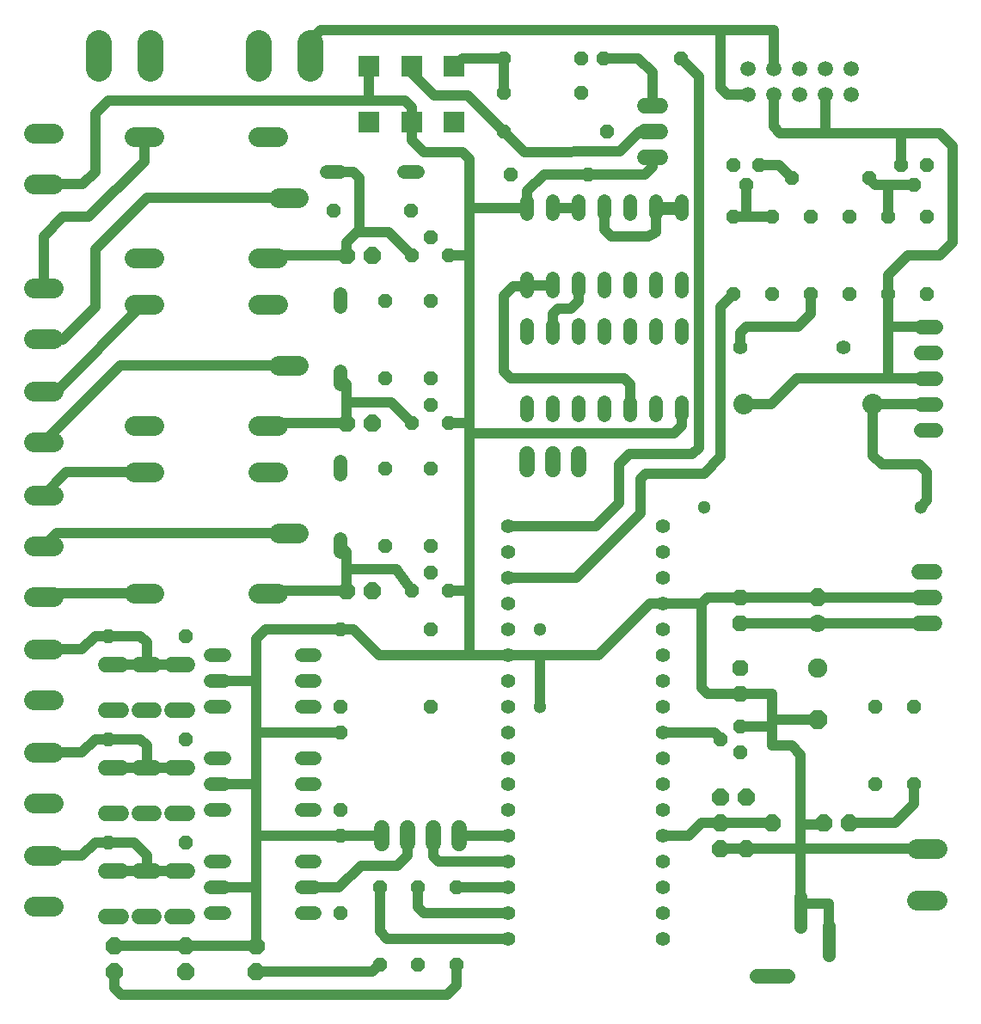
<source format=gbr>
G04 EAGLE Gerber X2 export*
%TF.Part,Single*%
%TF.FileFunction,Copper,L2,Bot,Mixed*%
%TF.FilePolarity,Positive*%
%TF.GenerationSoftware,Autodesk,EAGLE,8.6.3*%
%TF.CreationDate,2019-08-20T17:14:17Z*%
G75*
%MOMM*%
%FSLAX34Y34*%
%LPD*%
%AMOC8*
5,1,8,0,0,1.08239X$1,22.5*%
G01*
%ADD10P,1.924489X8X112.500000*%
%ADD11C,1.778000*%
%ADD12P,1.732040X8X292.500000*%
%ADD13C,1.905000*%
%ADD14P,2.061953X8X292.500000*%
%ADD15C,1.320800*%
%ADD16C,2.032000*%
%ADD17C,2.540000*%
%ADD18C,1.397000*%
%ADD19C,1.524000*%
%ADD20P,1.429621X8X112.500000*%
%ADD21C,1.981200*%
%ADD22P,1.814519X8X112.500000*%
%ADD23C,1.408000*%
%ADD24P,1.429621X8X22.500000*%
%ADD25P,1.429621X8X202.500000*%
%ADD26P,1.429621X8X292.500000*%
%ADD27P,1.429621X8X157.500000*%
%ADD28C,1.400000*%
%ADD29C,1.308000*%
%ADD30R,2.100000X2.100000*%
%ADD31P,1.814519X8X202.500000*%
%ADD32C,1.422400*%
%ADD33C,1.508000*%
%ADD34C,1.508000*%
%ADD35C,1.016000*%
%ADD36C,0.152400*%
%ADD37C,1.300000*%
%ADD38C,1.270000*%


D10*
X825500Y412750D03*
D11*
X825500Y387350D03*
D12*
X749300Y412750D03*
X749300Y387350D03*
X749300Y342900D03*
X749300Y317500D03*
D13*
X825500Y342900D03*
D14*
X825500Y292100D03*
D15*
X432054Y831850D02*
X418846Y831850D01*
X355854Y831850D02*
X342646Y831850D01*
D16*
X880110Y603250D03*
X753110Y603250D03*
D17*
X118110Y933450D02*
X118110Y958850D01*
X326390Y958850D02*
X326390Y933450D01*
X275590Y933450D02*
X275590Y958850D01*
X168910Y958850D02*
X168910Y933450D01*
D15*
X692150Y802894D02*
X692150Y789686D01*
X666750Y789686D02*
X666750Y802894D01*
X539750Y802894D02*
X539750Y789686D01*
X539750Y726694D02*
X539750Y713486D01*
X641350Y789686D02*
X641350Y802894D01*
X615950Y802894D02*
X615950Y789686D01*
X565150Y789686D02*
X565150Y802894D01*
X590550Y802894D02*
X590550Y789686D01*
X565150Y726694D02*
X565150Y713486D01*
X590550Y713486D02*
X590550Y726694D01*
X615950Y726694D02*
X615950Y713486D01*
X641350Y713486D02*
X641350Y726694D01*
X666750Y726694D02*
X666750Y713486D01*
X692150Y713486D02*
X692150Y726694D01*
D18*
X927735Y577850D02*
X941705Y577850D01*
X941705Y603250D02*
X927735Y603250D01*
X927735Y628650D02*
X941705Y628650D01*
X941705Y654050D02*
X927735Y654050D01*
X927735Y679450D02*
X941705Y679450D01*
D19*
X941070Y438150D02*
X925830Y438150D01*
X925830Y412750D02*
X941070Y412750D01*
X941070Y387350D02*
X925830Y387350D01*
D20*
X749300Y260350D03*
X730250Y273050D03*
X749300Y285750D03*
D21*
X314706Y806450D02*
X294894Y806450D01*
X294386Y866140D02*
X274574Y866140D01*
X274574Y746760D02*
X294386Y746760D01*
X172466Y746760D02*
X152654Y746760D01*
X152654Y866140D02*
X172466Y866140D01*
D22*
X273050Y44450D03*
X273050Y69850D03*
X203200Y44450D03*
X203200Y69850D03*
X133350Y44450D03*
X133350Y69850D03*
D23*
X520700Y76200D03*
X520700Y101600D03*
X520700Y127000D03*
X520700Y152400D03*
X520700Y177800D03*
X520700Y203200D03*
X520700Y228600D03*
X520700Y254000D03*
X520700Y279400D03*
X520700Y304800D03*
X520700Y330200D03*
X520700Y355600D03*
X520700Y381000D03*
X520700Y406400D03*
X520700Y431800D03*
X520700Y457200D03*
X520700Y482600D03*
X673100Y76200D03*
X673100Y101600D03*
X673100Y127000D03*
X673100Y152400D03*
X673100Y177800D03*
X673100Y203200D03*
X673100Y228600D03*
X673100Y254000D03*
X673100Y279400D03*
X673100Y304800D03*
X673100Y330200D03*
X673100Y355600D03*
X673100Y381000D03*
X673100Y406400D03*
X673100Y431800D03*
X673100Y457200D03*
X673100Y482600D03*
D15*
X241300Y355600D02*
X228092Y355600D01*
X228092Y330200D02*
X241300Y330200D01*
X317500Y330200D02*
X330708Y330200D01*
X330708Y355600D02*
X317500Y355600D01*
X241300Y304800D02*
X228092Y304800D01*
X317500Y304800D02*
X330708Y304800D01*
X241300Y254000D02*
X228092Y254000D01*
X228092Y228600D02*
X241300Y228600D01*
X317500Y228600D02*
X330708Y228600D01*
X330708Y254000D02*
X317500Y254000D01*
X241300Y203200D02*
X228092Y203200D01*
X317500Y203200D02*
X330708Y203200D01*
X241300Y152400D02*
X228092Y152400D01*
X228092Y127000D02*
X241300Y127000D01*
X317500Y127000D02*
X330708Y127000D01*
X330708Y152400D02*
X317500Y152400D01*
X241300Y101600D02*
X228092Y101600D01*
X317500Y101600D02*
X330708Y101600D01*
D20*
X469900Y50800D03*
X469900Y127000D03*
X444500Y628650D03*
X444500Y704850D03*
D24*
X127000Y374650D03*
X203200Y374650D03*
X523240Y829310D03*
X599440Y829310D03*
D25*
X690880Y943610D03*
X614680Y943610D03*
X618490Y871220D03*
X516890Y871220D03*
D24*
X127000Y273050D03*
X203200Y273050D03*
X127000Y171450D03*
X203200Y171450D03*
D26*
X355600Y381000D03*
X355600Y304800D03*
X355600Y279400D03*
X355600Y203200D03*
X355600Y177800D03*
X355600Y101600D03*
D24*
X516890Y943610D03*
X593090Y943610D03*
D25*
X593090Y909320D03*
X516890Y909320D03*
D20*
X394970Y50800D03*
X394970Y127000D03*
X431800Y50800D03*
X431800Y127000D03*
D27*
X462461Y749300D03*
X444500Y767261D03*
X426539Y749300D03*
D19*
X655320Y896620D02*
X670560Y896620D01*
X670560Y871220D02*
X655320Y871220D01*
X655320Y845820D02*
X670560Y845820D01*
D28*
X766050Y39900D02*
X780050Y39900D01*
D29*
X837050Y60360D02*
X837050Y73440D01*
X809050Y88360D02*
X809050Y101440D01*
D28*
X796050Y39900D02*
X782050Y39900D01*
D29*
X837050Y76360D02*
X837050Y89440D01*
X809050Y104360D02*
X809050Y117440D01*
D21*
X73406Y869696D02*
X53594Y869696D01*
X53594Y819404D02*
X73406Y819404D01*
X73406Y361696D02*
X53594Y361696D01*
X53594Y311404D02*
X73406Y311404D01*
X73406Y158496D02*
X53594Y158496D01*
X53594Y108204D02*
X73406Y108204D01*
X73406Y260096D02*
X53594Y260096D01*
X53594Y209804D02*
X73406Y209804D01*
D30*
X467890Y880640D03*
X425890Y880640D03*
X383890Y880640D03*
X383890Y935640D03*
X425890Y935640D03*
X467890Y935640D03*
D21*
X73406Y717296D02*
X53594Y717296D01*
X53594Y667004D02*
X73406Y667004D01*
X923544Y114554D02*
X943356Y114554D01*
X943356Y164846D02*
X923544Y164846D01*
D20*
X920750Y228600D03*
X920750Y304800D03*
D31*
X857250Y190500D03*
X831850Y190500D03*
D24*
X349250Y793750D03*
X425450Y793750D03*
D31*
X387350Y749300D03*
X361950Y749300D03*
D15*
X355600Y711454D02*
X355600Y698246D01*
X355600Y635254D02*
X355600Y622046D01*
D20*
X444500Y463550D03*
X444500Y539750D03*
D27*
X462461Y584200D03*
X444500Y602161D03*
X426539Y584200D03*
D21*
X314706Y641350D02*
X294894Y641350D01*
X294386Y701040D02*
X274574Y701040D01*
X274574Y581660D02*
X294386Y581660D01*
X172466Y581660D02*
X152654Y581660D01*
X152654Y701040D02*
X172466Y701040D01*
D20*
X400050Y628650D03*
X400050Y704850D03*
D31*
X387350Y584200D03*
X361950Y584200D03*
D32*
X749300Y659130D03*
X850900Y659130D03*
D25*
X742950Y838200D03*
X755650Y819150D03*
X768350Y838200D03*
X908050Y838200D03*
X920750Y819150D03*
X933450Y838200D03*
D20*
X857250Y711200D03*
X857250Y787400D03*
X819150Y711200D03*
X819150Y787400D03*
X933450Y711200D03*
X933450Y787400D03*
X895350Y711200D03*
X895350Y787400D03*
D25*
X876300Y825500D03*
X800100Y825500D03*
D26*
X781050Y787400D03*
X781050Y711200D03*
X742950Y787400D03*
X742950Y711200D03*
D33*
X858520Y933450D03*
X858520Y908050D03*
X833120Y933450D03*
X833120Y908050D03*
X807720Y933450D03*
X807720Y908050D03*
X782320Y933450D03*
X782320Y908050D03*
X756920Y933450D03*
X756920Y908050D03*
D22*
X755650Y165100D03*
X755650Y215900D03*
X781050Y190500D03*
X730250Y165100D03*
X730250Y215900D03*
X730250Y190500D03*
D26*
X882650Y304800D03*
X882650Y228600D03*
D19*
X205232Y301244D02*
X189992Y301244D01*
X189992Y346456D02*
X205232Y346456D01*
X140208Y301244D02*
X124968Y301244D01*
X124968Y346456D02*
X140208Y346456D01*
D34*
X157560Y301244D02*
X172640Y301244D01*
X172640Y346456D02*
X157560Y346456D01*
D19*
X189992Y199644D02*
X205232Y199644D01*
X205232Y244856D02*
X189992Y244856D01*
X140208Y199644D02*
X124968Y199644D01*
X124968Y244856D02*
X140208Y244856D01*
D34*
X157560Y199644D02*
X172640Y199644D01*
X172640Y244856D02*
X157560Y244856D01*
D19*
X189992Y98044D02*
X205232Y98044D01*
X205232Y143256D02*
X189992Y143256D01*
X140208Y98044D02*
X124968Y98044D01*
X124968Y143256D02*
X140208Y143256D01*
D34*
X157560Y98044D02*
X172640Y98044D01*
X172640Y143256D02*
X157560Y143256D01*
D15*
X355600Y533146D02*
X355600Y546354D01*
X355600Y470154D02*
X355600Y456946D01*
D20*
X444500Y304800D03*
X444500Y381000D03*
D27*
X462461Y419100D03*
X444500Y437061D03*
X426539Y419100D03*
D21*
X314706Y476250D02*
X294894Y476250D01*
X294386Y535940D02*
X274574Y535940D01*
X274574Y416560D02*
X294386Y416560D01*
X172466Y416560D02*
X152654Y416560D01*
X152654Y535940D02*
X172466Y535940D01*
D20*
X400050Y463550D03*
X400050Y539750D03*
D31*
X387350Y419100D03*
X361950Y419100D03*
D15*
X539750Y591566D02*
X539750Y604774D01*
X565150Y604774D02*
X565150Y591566D01*
X692150Y591566D02*
X692150Y604774D01*
X692150Y667766D02*
X692150Y680974D01*
X590550Y604774D02*
X590550Y591566D01*
X615950Y591566D02*
X615950Y604774D01*
X666750Y604774D02*
X666750Y591566D01*
X641350Y591566D02*
X641350Y604774D01*
X666750Y667766D02*
X666750Y680974D01*
X641350Y680974D02*
X641350Y667766D01*
X615950Y667766D02*
X615950Y680974D01*
X590550Y680974D02*
X590550Y667766D01*
X565150Y667766D02*
X565150Y680974D01*
X539750Y680974D02*
X539750Y667766D01*
D21*
X73406Y615696D02*
X53594Y615696D01*
X53594Y565404D02*
X73406Y565404D01*
X73406Y513588D02*
X53594Y513588D01*
X53594Y463550D02*
X73406Y463550D01*
X73406Y413512D02*
X53594Y413512D01*
D19*
X590550Y538480D02*
X590550Y553720D01*
X565150Y553720D02*
X565150Y538480D01*
X539750Y538480D02*
X539750Y553720D01*
X396240Y185420D02*
X396240Y170180D01*
X421640Y170180D02*
X421640Y185420D01*
X447040Y185420D02*
X447040Y170180D01*
X472440Y170180D02*
X472440Y185420D01*
D35*
X933196Y165100D02*
X933450Y164846D01*
X781050Y285750D02*
X749300Y285750D01*
X781050Y285750D02*
X781050Y266700D01*
X825500Y412750D02*
X933450Y412750D01*
X825500Y412750D02*
X749300Y412750D01*
X781050Y292100D02*
X781050Y285750D01*
X781050Y292100D02*
X781050Y317500D01*
X749300Y317500D01*
X809050Y110900D02*
X809050Y94900D01*
X837050Y82900D02*
X837050Y66900D01*
X825050Y110900D02*
X809050Y110900D01*
D36*
X825050Y110900D02*
X825500Y111350D01*
D35*
X837050Y110900D02*
X837050Y82900D01*
X837050Y110900D02*
X825050Y110900D01*
X809050Y165100D02*
X933196Y165100D01*
X809050Y165100D02*
X809050Y110900D01*
X809050Y165100D02*
X809050Y189230D01*
X809050Y257750D01*
X800100Y266700D01*
X781050Y266700D01*
X755650Y165100D02*
X730250Y165100D01*
X755650Y165100D02*
X809050Y165100D01*
X273050Y127000D02*
X241300Y127000D01*
X273050Y279400D02*
X273050Y330200D01*
X241300Y330200D01*
X273050Y279400D02*
X355600Y279400D01*
X355600Y177800D02*
X273050Y177800D01*
X273050Y127000D01*
X273050Y177800D02*
X273050Y228600D01*
X273050Y279400D01*
X273050Y228600D02*
X241300Y228600D01*
X273050Y330200D02*
X273050Y372110D01*
X101854Y819404D02*
X63500Y819404D01*
X114300Y831850D02*
X114300Y889000D01*
X127000Y901700D01*
X114300Y831850D02*
X101854Y819404D01*
X425890Y880640D02*
X425890Y894910D01*
X419100Y901700D01*
X383890Y901700D02*
X127000Y901700D01*
X383890Y901700D02*
X419100Y901700D01*
X383890Y901700D02*
X383890Y935640D01*
X482600Y796290D02*
X482600Y749300D01*
X482600Y796290D02*
X482600Y844550D01*
X482600Y749300D02*
X482600Y584200D01*
X482600Y749300D02*
X462461Y749300D01*
X203200Y69850D02*
X133350Y69850D01*
X203200Y69850D02*
X273050Y69850D01*
X273050Y127000D01*
X355600Y177800D02*
X396240Y177800D01*
X462461Y419100D02*
X482600Y419100D01*
X482600Y355600D01*
X482600Y419100D02*
X482600Y572770D01*
X482600Y584200D01*
X482600Y355600D02*
X520700Y355600D01*
X482600Y355600D02*
X393700Y355600D01*
X462461Y584200D02*
X482600Y584200D01*
X482600Y844550D02*
X476250Y850900D01*
X438150Y850900D01*
X425890Y863160D01*
X425890Y880640D01*
X660400Y406400D02*
X673100Y406400D01*
X711200Y406400D02*
X717550Y412750D01*
X711200Y406400D02*
X673100Y406400D01*
X717550Y317500D02*
X749300Y317500D01*
X717550Y317500D02*
X711200Y323850D01*
X711200Y406400D01*
X717550Y412750D02*
X749300Y412750D01*
X692150Y581660D02*
X692150Y598170D01*
X692150Y581660D02*
X684530Y574040D01*
X483870Y574040D01*
X482600Y572770D01*
X482600Y796290D02*
X539750Y796290D01*
X539750Y812800D01*
X556260Y829310D01*
X599440Y829310D01*
X655320Y829310D01*
X662940Y836930D01*
X662940Y845820D01*
X753110Y603250D02*
X779780Y603250D01*
X788670Y869950D02*
X782320Y876300D01*
X782320Y908050D01*
X788670Y869950D02*
X833120Y869950D01*
X833120Y908050D01*
X895350Y730250D02*
X895350Y711200D01*
X914400Y749300D02*
X946150Y749300D01*
X958850Y762000D01*
X958850Y857250D01*
X946150Y869950D01*
X908050Y869950D01*
X833120Y869950D01*
X914400Y749300D02*
X895350Y730250D01*
X908050Y838200D02*
X908050Y869950D01*
X895350Y711200D02*
X895350Y679450D01*
X934720Y679450D01*
X934720Y628650D02*
X895350Y628650D01*
X805180Y628650D01*
X779780Y603250D01*
X895350Y628650D02*
X895350Y679450D01*
X831850Y190500D02*
X830580Y189230D01*
X809050Y189230D01*
X825500Y292100D02*
X781050Y292100D01*
D37*
X552450Y304800D03*
D35*
X281940Y381000D02*
X273050Y372110D01*
X281940Y381000D02*
X355600Y381000D01*
X368300Y381000D01*
X393700Y355600D01*
X609600Y355600D02*
X660400Y406400D01*
X609600Y355600D02*
X552450Y355600D01*
X520700Y355600D01*
X552450Y355600D02*
X552450Y304800D01*
X421640Y177800D02*
X421640Y158750D01*
X411480Y148590D01*
X354330Y127000D02*
X317500Y127000D01*
X375920Y148590D02*
X411480Y148590D01*
X375920Y148590D02*
X354330Y127000D01*
D37*
X713740Y501650D03*
D35*
X387350Y44450D02*
X273050Y44450D01*
X387350Y44450D02*
X393700Y50800D01*
X394970Y50800D01*
X133350Y44450D02*
X133350Y27940D01*
X139700Y21590D01*
X469900Y30480D02*
X469900Y50800D01*
X461010Y21590D02*
X139700Y21590D01*
X461010Y21590D02*
X469900Y30480D01*
D38*
X666750Y796290D02*
X692150Y796290D01*
D35*
X615950Y796290D02*
X615950Y774700D01*
X622300Y768350D01*
X659130Y768350D01*
X666750Y772160D01*
X666750Y796290D01*
X361950Y749300D02*
X287020Y749300D01*
X284480Y746760D01*
X403679Y772160D02*
X426539Y749300D01*
X403679Y772160D02*
X374650Y772160D01*
X368300Y831850D02*
X349250Y831850D01*
X368300Y831850D02*
X374650Y825500D01*
X374650Y772160D01*
X361950Y762000D02*
X361950Y749300D01*
X361950Y762000D02*
X372110Y772160D01*
X374650Y772160D01*
X63754Y666750D02*
X63500Y667004D01*
X63754Y666750D02*
X82550Y666750D01*
X114300Y698500D01*
X114300Y755650D01*
X165100Y806450D01*
X304800Y806450D01*
X63500Y768350D02*
X63500Y717296D01*
X63500Y768350D02*
X82550Y787400D01*
X107950Y787400D01*
X162560Y842010D01*
X162560Y866140D01*
X448310Y906780D02*
X481330Y906780D01*
X448310Y906780D02*
X425890Y929200D01*
X425890Y935640D01*
X650240Y871220D02*
X662940Y871220D01*
X650240Y871220D02*
X631190Y852170D01*
X537210Y850900D01*
X516890Y871220D01*
X481330Y906780D01*
X648970Y943610D02*
X662940Y929640D01*
X662940Y896620D01*
X648970Y943610D02*
X614680Y943610D01*
X590550Y796290D02*
X565150Y796290D01*
X516890Y909320D02*
X516890Y943610D01*
X475860Y943610D02*
X467890Y935640D01*
X475860Y943610D02*
X516890Y943610D01*
D37*
X927100Y501650D03*
D35*
X933450Y508000D01*
X880110Y552450D02*
X880110Y603250D01*
X889000Y543560D02*
X925830Y543560D01*
X933450Y535940D01*
X889000Y543560D02*
X880110Y552450D01*
X933450Y535940D02*
X933450Y508000D01*
X934720Y603250D02*
X880110Y603250D01*
X825500Y387350D02*
X749300Y387350D01*
X825500Y387350D02*
X933450Y387350D01*
D37*
X552450Y381000D03*
D35*
X723900Y279400D02*
X730250Y273050D01*
X723900Y279400D02*
X673100Y279400D01*
X736600Y908050D02*
X756920Y908050D01*
X736600Y908050D02*
X730250Y914400D01*
X782320Y933450D02*
X782320Y971550D01*
X326390Y961390D02*
X326390Y946150D01*
X730250Y971550D02*
X782320Y971550D01*
X730250Y971550D02*
X336550Y971550D01*
X326390Y961390D01*
X730250Y971550D02*
X730250Y914400D01*
X857250Y190500D02*
X901700Y190500D01*
X920750Y209550D01*
X920750Y228600D01*
X361950Y584200D02*
X287020Y584200D01*
X284480Y581660D01*
X406219Y604520D02*
X426539Y584200D01*
X406219Y604520D02*
X361950Y604520D01*
X361950Y584200D01*
X361950Y604520D02*
X361950Y622300D01*
X355600Y628650D01*
X749300Y659130D02*
X749300Y673100D01*
X755650Y679450D01*
X806450Y679450D01*
X819150Y692150D01*
X819150Y711200D01*
X895350Y819150D02*
X920750Y819150D01*
X895350Y819150D02*
X882650Y819150D01*
X876300Y825500D01*
X895350Y819150D02*
X895350Y787400D01*
X787400Y838200D02*
X768350Y838200D01*
X787400Y838200D02*
X800100Y825500D01*
X781050Y787400D02*
X755650Y787400D01*
X742950Y787400D01*
X755650Y787400D02*
X755650Y819150D01*
X651510Y529590D02*
X651510Y495300D01*
X651510Y529590D02*
X656590Y534670D01*
X713740Y534670D01*
X730250Y551180D02*
X730250Y698500D01*
X742950Y711200D01*
X730250Y551180D02*
X713740Y534670D01*
X651510Y495300D02*
X588010Y431800D01*
X520700Y431800D01*
X165100Y346456D02*
X132588Y346456D01*
X165100Y346456D02*
X197612Y346456D01*
X127000Y374650D02*
X114300Y374650D01*
X101346Y361696D02*
X63500Y361696D01*
X101346Y361696D02*
X114300Y374650D01*
X158750Y374650D02*
X165100Y368300D01*
X165100Y346456D01*
X158750Y374650D02*
X127000Y374650D01*
X165100Y244856D02*
X197612Y244856D01*
X165100Y244856D02*
X132588Y244856D01*
X127000Y273050D02*
X114300Y273050D01*
X101346Y260096D02*
X63500Y260096D01*
X101346Y260096D02*
X114300Y273050D01*
X127000Y273050D02*
X158750Y273050D01*
X165100Y266700D01*
X165100Y244856D01*
X165100Y143256D02*
X197612Y143256D01*
X165100Y143256D02*
X132588Y143256D01*
X127000Y171450D02*
X114300Y171450D01*
X101346Y158496D02*
X63500Y158496D01*
X101346Y158496D02*
X114300Y171450D01*
X127000Y171450D02*
X152400Y171450D01*
X165100Y158750D01*
X165100Y143256D01*
X629920Y505460D02*
X629920Y543560D01*
X640080Y553720D01*
X702310Y553720D02*
X708660Y560070D01*
X702310Y553720D02*
X640080Y553720D01*
X708660Y925830D02*
X690880Y943610D01*
X708660Y925830D02*
X708660Y560070D01*
X629920Y505460D02*
X607060Y482600D01*
X520700Y482600D01*
X673100Y177800D02*
X698500Y177800D01*
X711200Y190500D01*
X730250Y190500D01*
X781050Y190500D01*
X361950Y419100D02*
X287020Y419100D01*
X284480Y416560D01*
X411299Y440690D02*
X426539Y419100D01*
X361950Y419100D02*
X361950Y440690D01*
X411299Y440690D01*
X361950Y440690D02*
X361950Y457200D01*
X355600Y463550D01*
X590550Y704850D02*
X590550Y720090D01*
X590550Y704850D02*
X582930Y697230D01*
X570230Y697230D01*
X565150Y692150D01*
X565150Y674370D01*
X520700Y76200D02*
X401320Y76200D01*
X394970Y83820D01*
X394970Y127000D01*
X438150Y101600D02*
X520700Y101600D01*
X438150Y101600D02*
X431800Y107950D01*
X431800Y127000D01*
X469900Y127000D02*
X520700Y127000D01*
X63500Y565404D02*
X139446Y641350D01*
X304800Y641350D01*
X63754Y615950D02*
X63500Y615696D01*
X63754Y615950D02*
X76200Y615950D01*
X161290Y701040D01*
X162560Y701040D01*
X76200Y476250D02*
X63500Y463550D01*
X76200Y476250D02*
X304800Y476250D01*
X85852Y535940D02*
X63500Y513588D01*
X85852Y535940D02*
X162560Y535940D01*
X162560Y416560D02*
X66548Y416560D01*
X63500Y413512D01*
X472440Y177800D02*
X520700Y177800D01*
X520700Y152400D02*
X452120Y152400D01*
X447040Y157480D02*
X447040Y177800D01*
X447040Y157480D02*
X452120Y152400D01*
X539750Y720090D02*
X565150Y720090D01*
X635000Y628650D02*
X641350Y622300D01*
X516890Y635000D02*
X516890Y709930D01*
X525780Y718820D01*
X539750Y720090D01*
X641350Y622300D02*
X641350Y598170D01*
X635000Y628650D02*
X523240Y628650D01*
X516890Y635000D01*
M02*

</source>
